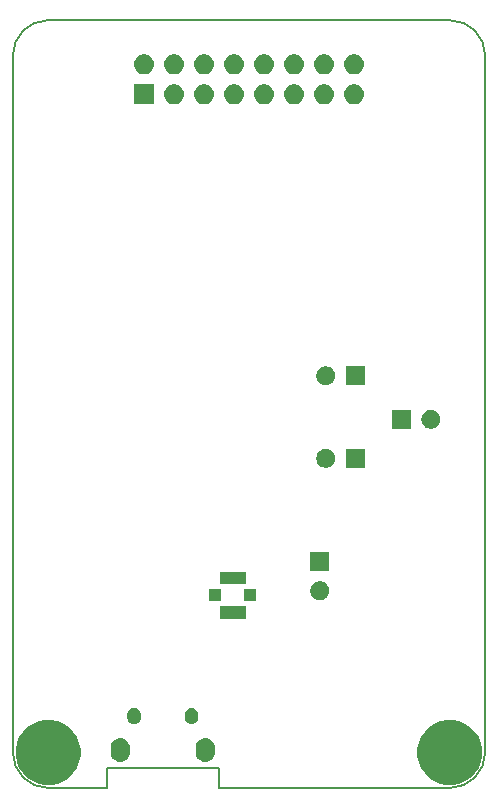
<source format=gbs>
G04 #@! TF.GenerationSoftware,KiCad,Pcbnew,(5.1.0-10-g6006703)*
G04 #@! TF.CreationDate,2019-04-20T21:28:09+08:00*
G04 #@! TF.ProjectId,cicada-2g,63696361-6461-42d3-9267-2e6b69636164,0.1*
G04 #@! TF.SameCoordinates,PX7cee6c0PY3dfd240*
G04 #@! TF.FileFunction,Soldermask,Bot*
G04 #@! TF.FilePolarity,Negative*
%FSLAX46Y46*%
G04 Gerber Fmt 4.6, Leading zero omitted, Abs format (unit mm)*
G04 Created by KiCad (PCBNEW (5.1.0-10-g6006703)) date 2019-04-20 21:28:09*
%MOMM*%
%LPD*%
G04 APERTURE LIST*
%ADD10C,0.150000*%
G04 APERTURE END LIST*
D10*
X-2500000Y-60000000D02*
X17000000Y-60000000D01*
X-2500000Y-58300000D02*
X-2500000Y-60000000D01*
X-12000000Y-58300000D02*
X-2500000Y-58300000D01*
X-12000000Y-60000000D02*
X-12000000Y-58300000D01*
X-17000000Y-60000000D02*
G75*
G02X-20000000Y-57000000I0J3000000D01*
G01*
X20000000Y-57000000D02*
G75*
G02X17000000Y-60000000I-3000000J0D01*
G01*
X17000000Y5000000D02*
G75*
G02X20000000Y2000000I0J-3000000D01*
G01*
X-20000000Y2000000D02*
G75*
G02X-17000000Y5000000I3000000J0D01*
G01*
X-20000000Y-57000000D02*
X-20000000Y2000000D01*
X-12000000Y-60000000D02*
X-17000000Y-60000000D01*
X20000000Y2000000D02*
X20000000Y-57000000D01*
X-17000000Y5000000D02*
X17000000Y5000000D01*
G36*
X17802144Y-54355680D02*
G01*
X18302612Y-54562981D01*
X18753022Y-54863935D01*
X19136065Y-55246978D01*
X19437019Y-55697388D01*
X19644320Y-56197856D01*
X19750000Y-56729147D01*
X19750000Y-57270853D01*
X19644320Y-57802144D01*
X19437019Y-58302612D01*
X19136065Y-58753022D01*
X18753022Y-59136065D01*
X18302612Y-59437019D01*
X17802144Y-59644320D01*
X17270853Y-59750000D01*
X16729147Y-59750000D01*
X16197856Y-59644320D01*
X15697388Y-59437019D01*
X15246978Y-59136065D01*
X14863935Y-58753022D01*
X14562981Y-58302612D01*
X14355680Y-57802144D01*
X14250000Y-57270853D01*
X14250000Y-56729147D01*
X14355680Y-56197856D01*
X14562981Y-55697388D01*
X14863935Y-55246978D01*
X15246978Y-54863935D01*
X15697388Y-54562981D01*
X16197856Y-54355680D01*
X16729147Y-54250000D01*
X17270853Y-54250000D01*
X17802144Y-54355680D01*
X17802144Y-54355680D01*
G37*
G36*
X-16197856Y-54355680D02*
G01*
X-15697388Y-54562981D01*
X-15246978Y-54863935D01*
X-14863935Y-55246978D01*
X-14562981Y-55697388D01*
X-14355680Y-56197856D01*
X-14250000Y-56729147D01*
X-14250000Y-57270853D01*
X-14355680Y-57802144D01*
X-14562981Y-58302612D01*
X-14863935Y-58753022D01*
X-15246978Y-59136065D01*
X-15697388Y-59437019D01*
X-16197856Y-59644320D01*
X-16729147Y-59750000D01*
X-17270853Y-59750000D01*
X-17802144Y-59644320D01*
X-18302612Y-59437019D01*
X-18753022Y-59136065D01*
X-19136065Y-58753022D01*
X-19437019Y-58302612D01*
X-19644320Y-57802144D01*
X-19750000Y-57270853D01*
X-19750000Y-56729147D01*
X-19644320Y-56197856D01*
X-19437019Y-55697388D01*
X-19136065Y-55246978D01*
X-18753022Y-54863935D01*
X-18302612Y-54562981D01*
X-17802144Y-54355680D01*
X-17270853Y-54250000D01*
X-16729147Y-54250000D01*
X-16197856Y-54355680D01*
X-16197856Y-54355680D01*
G37*
G36*
X-3540825Y-55811749D02*
G01*
X-3540822Y-55811750D01*
X-3540821Y-55811750D01*
X-3387759Y-55858181D01*
X-3387756Y-55858183D01*
X-3387755Y-55858183D01*
X-3246697Y-55933580D01*
X-3123051Y-56035052D01*
X-3021580Y-56158696D01*
X-3000649Y-56197855D01*
X-2946181Y-56299758D01*
X-2946181Y-56299759D01*
X-2899749Y-56452824D01*
X-2888000Y-56572115D01*
X-2888000Y-57027884D01*
X-2899749Y-57147176D01*
X-2899750Y-57147179D01*
X-2899750Y-57147180D01*
X-2946181Y-57300242D01*
X-2946183Y-57300245D01*
X-2946183Y-57300246D01*
X-3021580Y-57441304D01*
X-3123051Y-57564949D01*
X-3246696Y-57666420D01*
X-3387754Y-57741817D01*
X-3387758Y-57741819D01*
X-3540820Y-57788250D01*
X-3540821Y-57788250D01*
X-3540824Y-57788251D01*
X-3700000Y-57803928D01*
X-3859175Y-57788251D01*
X-3859178Y-57788250D01*
X-3859179Y-57788250D01*
X-4012241Y-57741819D01*
X-4012245Y-57741817D01*
X-4153303Y-57666420D01*
X-4276945Y-57564951D01*
X-4378422Y-57441301D01*
X-4453817Y-57300246D01*
X-4453817Y-57300245D01*
X-4453819Y-57300242D01*
X-4500250Y-57147180D01*
X-4500250Y-57147179D01*
X-4500251Y-57147176D01*
X-4512000Y-57027885D01*
X-4512000Y-56572116D01*
X-4500251Y-56452825D01*
X-4500250Y-56452821D01*
X-4453819Y-56299759D01*
X-4378419Y-56158696D01*
X-4378418Y-56158695D01*
X-4276948Y-56035051D01*
X-4153304Y-55933580D01*
X-4012246Y-55858183D01*
X-4012245Y-55858183D01*
X-4012242Y-55858181D01*
X-3859180Y-55811750D01*
X-3859179Y-55811750D01*
X-3859176Y-55811749D01*
X-3700000Y-55796072D01*
X-3540825Y-55811749D01*
X-3540825Y-55811749D01*
G37*
G36*
X-10740825Y-55811749D02*
G01*
X-10740822Y-55811750D01*
X-10740821Y-55811750D01*
X-10587759Y-55858181D01*
X-10587756Y-55858183D01*
X-10587755Y-55858183D01*
X-10446697Y-55933580D01*
X-10323051Y-56035052D01*
X-10221580Y-56158696D01*
X-10200649Y-56197855D01*
X-10146181Y-56299758D01*
X-10146181Y-56299759D01*
X-10099749Y-56452824D01*
X-10088000Y-56572115D01*
X-10088000Y-57027884D01*
X-10099749Y-57147176D01*
X-10099750Y-57147179D01*
X-10099750Y-57147180D01*
X-10146181Y-57300242D01*
X-10146183Y-57300245D01*
X-10146183Y-57300246D01*
X-10221580Y-57441304D01*
X-10323051Y-57564949D01*
X-10446696Y-57666420D01*
X-10587754Y-57741817D01*
X-10587758Y-57741819D01*
X-10740820Y-57788250D01*
X-10740821Y-57788250D01*
X-10740824Y-57788251D01*
X-10900000Y-57803928D01*
X-11059175Y-57788251D01*
X-11059178Y-57788250D01*
X-11059179Y-57788250D01*
X-11212241Y-57741819D01*
X-11212245Y-57741817D01*
X-11353303Y-57666420D01*
X-11476945Y-57564951D01*
X-11578422Y-57441301D01*
X-11653817Y-57300246D01*
X-11653817Y-57300245D01*
X-11653819Y-57300242D01*
X-11700250Y-57147180D01*
X-11700250Y-57147179D01*
X-11700251Y-57147176D01*
X-11712000Y-57027885D01*
X-11712000Y-56572116D01*
X-11700251Y-56452825D01*
X-11700250Y-56452821D01*
X-11653819Y-56299759D01*
X-11578419Y-56158696D01*
X-11578418Y-56158695D01*
X-11476948Y-56035051D01*
X-11353304Y-55933580D01*
X-11212246Y-55858183D01*
X-11212245Y-55858183D01*
X-11212242Y-55858181D01*
X-11059180Y-55811750D01*
X-11059179Y-55811750D01*
X-11059176Y-55811749D01*
X-10900000Y-55796072D01*
X-10740825Y-55811749D01*
X-10740825Y-55811749D01*
G37*
G36*
X-9622387Y-53232325D02*
G01*
X-9612280Y-53233320D01*
X-9558087Y-53249760D01*
X-9503893Y-53266199D01*
X-9404003Y-53319592D01*
X-9316446Y-53391446D01*
X-9244592Y-53479002D01*
X-9191199Y-53578892D01*
X-9158320Y-53687280D01*
X-9150000Y-53771754D01*
X-9150000Y-54028245D01*
X-9157131Y-54100651D01*
X-9158320Y-54112720D01*
X-9174760Y-54166913D01*
X-9191199Y-54221107D01*
X-9191200Y-54221108D01*
X-9244592Y-54320998D01*
X-9266917Y-54348201D01*
X-9316446Y-54408554D01*
X-9404002Y-54480408D01*
X-9503892Y-54533801D01*
X-9558086Y-54550241D01*
X-9612279Y-54566680D01*
X-9622386Y-54567675D01*
X-9725000Y-54577782D01*
X-9827613Y-54567675D01*
X-9837720Y-54566680D01*
X-9891913Y-54550241D01*
X-9946107Y-54533801D01*
X-10045997Y-54480408D01*
X-10133553Y-54408554D01*
X-10205407Y-54320998D01*
X-10258801Y-54221108D01*
X-10291680Y-54112720D01*
X-10300000Y-54028246D01*
X-10300000Y-53771755D01*
X-10291680Y-53687281D01*
X-10291679Y-53687279D01*
X-10258801Y-53578894D01*
X-10258801Y-53578893D01*
X-10205408Y-53479003D01*
X-10133554Y-53391446D01*
X-10045998Y-53319592D01*
X-9946108Y-53266199D01*
X-9891914Y-53249760D01*
X-9837721Y-53233320D01*
X-9827614Y-53232325D01*
X-9725000Y-53222218D01*
X-9622387Y-53232325D01*
X-9622387Y-53232325D01*
G37*
G36*
X-4772387Y-53232325D02*
G01*
X-4762280Y-53233320D01*
X-4708087Y-53249760D01*
X-4653893Y-53266199D01*
X-4554003Y-53319592D01*
X-4466446Y-53391446D01*
X-4394592Y-53479002D01*
X-4341199Y-53578892D01*
X-4308320Y-53687280D01*
X-4300000Y-53771754D01*
X-4300000Y-54028245D01*
X-4307131Y-54100651D01*
X-4308320Y-54112720D01*
X-4324760Y-54166913D01*
X-4341199Y-54221107D01*
X-4341200Y-54221108D01*
X-4394592Y-54320998D01*
X-4416917Y-54348201D01*
X-4466446Y-54408554D01*
X-4554002Y-54480408D01*
X-4653892Y-54533801D01*
X-4708086Y-54550241D01*
X-4762279Y-54566680D01*
X-4772386Y-54567675D01*
X-4875000Y-54577782D01*
X-4977613Y-54567675D01*
X-4987720Y-54566680D01*
X-5041913Y-54550241D01*
X-5096107Y-54533801D01*
X-5195997Y-54480408D01*
X-5283553Y-54408554D01*
X-5355407Y-54320998D01*
X-5408801Y-54221108D01*
X-5441680Y-54112720D01*
X-5450000Y-54028246D01*
X-5450000Y-53771755D01*
X-5441680Y-53687281D01*
X-5441679Y-53687279D01*
X-5408801Y-53578894D01*
X-5408801Y-53578893D01*
X-5355408Y-53479003D01*
X-5283554Y-53391446D01*
X-5195998Y-53319592D01*
X-5096108Y-53266199D01*
X-5041914Y-53249760D01*
X-4987721Y-53233320D01*
X-4977614Y-53232325D01*
X-4875000Y-53222218D01*
X-4772387Y-53232325D01*
X-4772387Y-53232325D01*
G37*
G36*
X-290000Y-45690000D02*
G01*
X-2490000Y-45690000D01*
X-2490000Y-44640000D01*
X-290000Y-44640000D01*
X-290000Y-45690000D01*
X-290000Y-45690000D01*
G37*
G36*
X610000Y-44190000D02*
G01*
X-390000Y-44190000D01*
X-390000Y-43190000D01*
X610000Y-43190000D01*
X610000Y-44190000D01*
X610000Y-44190000D01*
G37*
G36*
X-2390000Y-44190000D02*
G01*
X-3390000Y-44190000D01*
X-3390000Y-43190000D01*
X-2390000Y-43190000D01*
X-2390000Y-44190000D01*
X-2390000Y-44190000D01*
G37*
G36*
X6233351Y-42530743D02*
G01*
X6378941Y-42591048D01*
X6509970Y-42678599D01*
X6621401Y-42790030D01*
X6708952Y-42921059D01*
X6769257Y-43066649D01*
X6800000Y-43221206D01*
X6800000Y-43378794D01*
X6769257Y-43533351D01*
X6708952Y-43678941D01*
X6621401Y-43809970D01*
X6509970Y-43921401D01*
X6378941Y-44008952D01*
X6233351Y-44069257D01*
X6078794Y-44100000D01*
X5921206Y-44100000D01*
X5766649Y-44069257D01*
X5621059Y-44008952D01*
X5490030Y-43921401D01*
X5378599Y-43809970D01*
X5291048Y-43678941D01*
X5230743Y-43533351D01*
X5200000Y-43378794D01*
X5200000Y-43221206D01*
X5230743Y-43066649D01*
X5291048Y-42921059D01*
X5378599Y-42790030D01*
X5490030Y-42678599D01*
X5621059Y-42591048D01*
X5766649Y-42530743D01*
X5921206Y-42500000D01*
X6078794Y-42500000D01*
X6233351Y-42530743D01*
X6233351Y-42530743D01*
G37*
G36*
X-290000Y-42740000D02*
G01*
X-2490000Y-42740000D01*
X-2490000Y-41690000D01*
X-290000Y-41690000D01*
X-290000Y-42740000D01*
X-290000Y-42740000D01*
G37*
G36*
X6800000Y-41600000D02*
G01*
X5200000Y-41600000D01*
X5200000Y-40000000D01*
X6800000Y-40000000D01*
X6800000Y-41600000D01*
X6800000Y-41600000D01*
G37*
G36*
X9800000Y-32900000D02*
G01*
X8200000Y-32900000D01*
X8200000Y-31300000D01*
X9800000Y-31300000D01*
X9800000Y-32900000D01*
X9800000Y-32900000D01*
G37*
G36*
X6733351Y-31330743D02*
G01*
X6878941Y-31391048D01*
X7009970Y-31478599D01*
X7121401Y-31590030D01*
X7208952Y-31721059D01*
X7269257Y-31866649D01*
X7300000Y-32021206D01*
X7300000Y-32178794D01*
X7269257Y-32333351D01*
X7208952Y-32478941D01*
X7121401Y-32609970D01*
X7009970Y-32721401D01*
X6878941Y-32808952D01*
X6733351Y-32869257D01*
X6578794Y-32900000D01*
X6421206Y-32900000D01*
X6266649Y-32869257D01*
X6121059Y-32808952D01*
X5990030Y-32721401D01*
X5878599Y-32609970D01*
X5791048Y-32478941D01*
X5730743Y-32333351D01*
X5700000Y-32178794D01*
X5700000Y-32021206D01*
X5730743Y-31866649D01*
X5791048Y-31721059D01*
X5878599Y-31590030D01*
X5990030Y-31478599D01*
X6121059Y-31391048D01*
X6266649Y-31330743D01*
X6421206Y-31300000D01*
X6578794Y-31300000D01*
X6733351Y-31330743D01*
X6733351Y-31330743D01*
G37*
G36*
X13700000Y-29600000D02*
G01*
X12100000Y-29600000D01*
X12100000Y-28000000D01*
X13700000Y-28000000D01*
X13700000Y-29600000D01*
X13700000Y-29600000D01*
G37*
G36*
X15633351Y-28030743D02*
G01*
X15778941Y-28091048D01*
X15909970Y-28178599D01*
X16021401Y-28290030D01*
X16108952Y-28421059D01*
X16169257Y-28566649D01*
X16200000Y-28721206D01*
X16200000Y-28878794D01*
X16169257Y-29033351D01*
X16108952Y-29178941D01*
X16021401Y-29309970D01*
X15909970Y-29421401D01*
X15778941Y-29508952D01*
X15633351Y-29569257D01*
X15478794Y-29600000D01*
X15321206Y-29600000D01*
X15166649Y-29569257D01*
X15021059Y-29508952D01*
X14890030Y-29421401D01*
X14778599Y-29309970D01*
X14691048Y-29178941D01*
X14630743Y-29033351D01*
X14600000Y-28878794D01*
X14600000Y-28721206D01*
X14630743Y-28566649D01*
X14691048Y-28421059D01*
X14778599Y-28290030D01*
X14890030Y-28178599D01*
X15021059Y-28091048D01*
X15166649Y-28030743D01*
X15321206Y-28000000D01*
X15478794Y-28000000D01*
X15633351Y-28030743D01*
X15633351Y-28030743D01*
G37*
G36*
X6733351Y-24330743D02*
G01*
X6878941Y-24391048D01*
X7009970Y-24478599D01*
X7121401Y-24590030D01*
X7208952Y-24721059D01*
X7269257Y-24866649D01*
X7300000Y-25021206D01*
X7300000Y-25178794D01*
X7269257Y-25333351D01*
X7208952Y-25478941D01*
X7121401Y-25609970D01*
X7009970Y-25721401D01*
X6878941Y-25808952D01*
X6733351Y-25869257D01*
X6578794Y-25900000D01*
X6421206Y-25900000D01*
X6266649Y-25869257D01*
X6121059Y-25808952D01*
X5990030Y-25721401D01*
X5878599Y-25609970D01*
X5791048Y-25478941D01*
X5730743Y-25333351D01*
X5700000Y-25178794D01*
X5700000Y-25021206D01*
X5730743Y-24866649D01*
X5791048Y-24721059D01*
X5878599Y-24590030D01*
X5990030Y-24478599D01*
X6121059Y-24391048D01*
X6266649Y-24330743D01*
X6421206Y-24300000D01*
X6578794Y-24300000D01*
X6733351Y-24330743D01*
X6733351Y-24330743D01*
G37*
G36*
X9800000Y-25900000D02*
G01*
X8200000Y-25900000D01*
X8200000Y-24300000D01*
X9800000Y-24300000D01*
X9800000Y-25900000D01*
X9800000Y-25900000D01*
G37*
G36*
X-8040000Y-2120000D02*
G01*
X-9740000Y-2120000D01*
X-9740000Y-420000D01*
X-8040000Y-420000D01*
X-8040000Y-2120000D01*
X-8040000Y-2120000D01*
G37*
G36*
X6516627Y-432299D02*
G01*
X6596742Y-456602D01*
X6676855Y-480903D01*
X6676857Y-480904D01*
X6824518Y-559831D01*
X6953949Y-666051D01*
X7060169Y-795482D01*
X7139096Y-943143D01*
X7187701Y-1103373D01*
X7204112Y-1270000D01*
X7187701Y-1436627D01*
X7139096Y-1596857D01*
X7060169Y-1744518D01*
X6953949Y-1873949D01*
X6824518Y-1980169D01*
X6676857Y-2059096D01*
X6676855Y-2059097D01*
X6596742Y-2083398D01*
X6516627Y-2107701D01*
X6391752Y-2120000D01*
X6308248Y-2120000D01*
X6183373Y-2107701D01*
X6103258Y-2083398D01*
X6023145Y-2059097D01*
X6023143Y-2059096D01*
X5875482Y-1980169D01*
X5746051Y-1873949D01*
X5639831Y-1744518D01*
X5560904Y-1596857D01*
X5512299Y-1436627D01*
X5495888Y-1270000D01*
X5512299Y-1103373D01*
X5560904Y-943143D01*
X5639831Y-795482D01*
X5746051Y-666051D01*
X5875482Y-559831D01*
X6023143Y-480904D01*
X6023145Y-480903D01*
X6103258Y-456602D01*
X6183373Y-432299D01*
X6308248Y-420000D01*
X6391752Y-420000D01*
X6516627Y-432299D01*
X6516627Y-432299D01*
G37*
G36*
X9056627Y-432299D02*
G01*
X9136742Y-456602D01*
X9216855Y-480903D01*
X9216857Y-480904D01*
X9364518Y-559831D01*
X9493949Y-666051D01*
X9600169Y-795482D01*
X9679096Y-943143D01*
X9727701Y-1103373D01*
X9744112Y-1270000D01*
X9727701Y-1436627D01*
X9679096Y-1596857D01*
X9600169Y-1744518D01*
X9493949Y-1873949D01*
X9364518Y-1980169D01*
X9216857Y-2059096D01*
X9216855Y-2059097D01*
X9136742Y-2083398D01*
X9056627Y-2107701D01*
X8931752Y-2120000D01*
X8848248Y-2120000D01*
X8723373Y-2107701D01*
X8643258Y-2083398D01*
X8563145Y-2059097D01*
X8563143Y-2059096D01*
X8415482Y-1980169D01*
X8286051Y-1873949D01*
X8179831Y-1744518D01*
X8100904Y-1596857D01*
X8052299Y-1436627D01*
X8035888Y-1270000D01*
X8052299Y-1103373D01*
X8100904Y-943143D01*
X8179831Y-795482D01*
X8286051Y-666051D01*
X8415482Y-559831D01*
X8563143Y-480904D01*
X8563145Y-480903D01*
X8643258Y-456602D01*
X8723373Y-432299D01*
X8848248Y-420000D01*
X8931752Y-420000D01*
X9056627Y-432299D01*
X9056627Y-432299D01*
G37*
G36*
X3976627Y-432299D02*
G01*
X4056742Y-456602D01*
X4136855Y-480903D01*
X4136857Y-480904D01*
X4284518Y-559831D01*
X4413949Y-666051D01*
X4520169Y-795482D01*
X4599096Y-943143D01*
X4647701Y-1103373D01*
X4664112Y-1270000D01*
X4647701Y-1436627D01*
X4599096Y-1596857D01*
X4520169Y-1744518D01*
X4413949Y-1873949D01*
X4284518Y-1980169D01*
X4136857Y-2059096D01*
X4136855Y-2059097D01*
X4056742Y-2083398D01*
X3976627Y-2107701D01*
X3851752Y-2120000D01*
X3768248Y-2120000D01*
X3643373Y-2107701D01*
X3563258Y-2083398D01*
X3483145Y-2059097D01*
X3483143Y-2059096D01*
X3335482Y-1980169D01*
X3206051Y-1873949D01*
X3099831Y-1744518D01*
X3020904Y-1596857D01*
X2972299Y-1436627D01*
X2955888Y-1270000D01*
X2972299Y-1103373D01*
X3020904Y-943143D01*
X3099831Y-795482D01*
X3206051Y-666051D01*
X3335482Y-559831D01*
X3483143Y-480904D01*
X3483145Y-480903D01*
X3563258Y-456602D01*
X3643373Y-432299D01*
X3768248Y-420000D01*
X3851752Y-420000D01*
X3976627Y-432299D01*
X3976627Y-432299D01*
G37*
G36*
X1436627Y-432299D02*
G01*
X1516742Y-456602D01*
X1596855Y-480903D01*
X1596857Y-480904D01*
X1744518Y-559831D01*
X1873949Y-666051D01*
X1980169Y-795482D01*
X2059096Y-943143D01*
X2107701Y-1103373D01*
X2124112Y-1270000D01*
X2107701Y-1436627D01*
X2059096Y-1596857D01*
X1980169Y-1744518D01*
X1873949Y-1873949D01*
X1744518Y-1980169D01*
X1596857Y-2059096D01*
X1596855Y-2059097D01*
X1516742Y-2083398D01*
X1436627Y-2107701D01*
X1311752Y-2120000D01*
X1228248Y-2120000D01*
X1103373Y-2107701D01*
X1023258Y-2083398D01*
X943145Y-2059097D01*
X943143Y-2059096D01*
X795482Y-1980169D01*
X666051Y-1873949D01*
X559831Y-1744518D01*
X480904Y-1596857D01*
X432299Y-1436627D01*
X415888Y-1270000D01*
X432299Y-1103373D01*
X480904Y-943143D01*
X559831Y-795482D01*
X666051Y-666051D01*
X795482Y-559831D01*
X943143Y-480904D01*
X943145Y-480903D01*
X1023258Y-456602D01*
X1103373Y-432299D01*
X1228248Y-420000D01*
X1311752Y-420000D01*
X1436627Y-432299D01*
X1436627Y-432299D01*
G37*
G36*
X-1103373Y-432299D02*
G01*
X-1023258Y-456602D01*
X-943145Y-480903D01*
X-943143Y-480904D01*
X-795482Y-559831D01*
X-666051Y-666051D01*
X-559831Y-795482D01*
X-480904Y-943143D01*
X-432299Y-1103373D01*
X-415888Y-1270000D01*
X-432299Y-1436627D01*
X-480904Y-1596857D01*
X-559831Y-1744518D01*
X-666051Y-1873949D01*
X-795482Y-1980169D01*
X-943143Y-2059096D01*
X-943145Y-2059097D01*
X-1023258Y-2083398D01*
X-1103373Y-2107701D01*
X-1228248Y-2120000D01*
X-1311752Y-2120000D01*
X-1436627Y-2107701D01*
X-1516742Y-2083398D01*
X-1596855Y-2059097D01*
X-1596857Y-2059096D01*
X-1744518Y-1980169D01*
X-1873949Y-1873949D01*
X-1980169Y-1744518D01*
X-2059096Y-1596857D01*
X-2107701Y-1436627D01*
X-2124112Y-1270000D01*
X-2107701Y-1103373D01*
X-2059096Y-943143D01*
X-1980169Y-795482D01*
X-1873949Y-666051D01*
X-1744518Y-559831D01*
X-1596857Y-480904D01*
X-1596855Y-480903D01*
X-1516742Y-456602D01*
X-1436627Y-432299D01*
X-1311752Y-420000D01*
X-1228248Y-420000D01*
X-1103373Y-432299D01*
X-1103373Y-432299D01*
G37*
G36*
X-3643373Y-432299D02*
G01*
X-3563258Y-456602D01*
X-3483145Y-480903D01*
X-3483143Y-480904D01*
X-3335482Y-559831D01*
X-3206051Y-666051D01*
X-3099831Y-795482D01*
X-3020904Y-943143D01*
X-2972299Y-1103373D01*
X-2955888Y-1270000D01*
X-2972299Y-1436627D01*
X-3020904Y-1596857D01*
X-3099831Y-1744518D01*
X-3206051Y-1873949D01*
X-3335482Y-1980169D01*
X-3483143Y-2059096D01*
X-3483145Y-2059097D01*
X-3563258Y-2083398D01*
X-3643373Y-2107701D01*
X-3768248Y-2120000D01*
X-3851752Y-2120000D01*
X-3976627Y-2107701D01*
X-4056742Y-2083398D01*
X-4136855Y-2059097D01*
X-4136857Y-2059096D01*
X-4284518Y-1980169D01*
X-4413949Y-1873949D01*
X-4520169Y-1744518D01*
X-4599096Y-1596857D01*
X-4647701Y-1436627D01*
X-4664112Y-1270000D01*
X-4647701Y-1103373D01*
X-4599096Y-943143D01*
X-4520169Y-795482D01*
X-4413949Y-666051D01*
X-4284518Y-559831D01*
X-4136857Y-480904D01*
X-4136855Y-480903D01*
X-4056742Y-456602D01*
X-3976627Y-432299D01*
X-3851752Y-420000D01*
X-3768248Y-420000D01*
X-3643373Y-432299D01*
X-3643373Y-432299D01*
G37*
G36*
X-6183373Y-432299D02*
G01*
X-6103258Y-456602D01*
X-6023145Y-480903D01*
X-6023143Y-480904D01*
X-5875482Y-559831D01*
X-5746051Y-666051D01*
X-5639831Y-795482D01*
X-5560904Y-943143D01*
X-5512299Y-1103373D01*
X-5495888Y-1270000D01*
X-5512299Y-1436627D01*
X-5560904Y-1596857D01*
X-5639831Y-1744518D01*
X-5746051Y-1873949D01*
X-5875482Y-1980169D01*
X-6023143Y-2059096D01*
X-6023145Y-2059097D01*
X-6103258Y-2083398D01*
X-6183373Y-2107701D01*
X-6308248Y-2120000D01*
X-6391752Y-2120000D01*
X-6516627Y-2107701D01*
X-6596742Y-2083398D01*
X-6676855Y-2059097D01*
X-6676857Y-2059096D01*
X-6824518Y-1980169D01*
X-6953949Y-1873949D01*
X-7060169Y-1744518D01*
X-7139096Y-1596857D01*
X-7187701Y-1436627D01*
X-7204112Y-1270000D01*
X-7187701Y-1103373D01*
X-7139096Y-943143D01*
X-7060169Y-795482D01*
X-6953949Y-666051D01*
X-6824518Y-559831D01*
X-6676857Y-480904D01*
X-6676855Y-480903D01*
X-6596742Y-456602D01*
X-6516627Y-432299D01*
X-6391752Y-420000D01*
X-6308248Y-420000D01*
X-6183373Y-432299D01*
X-6183373Y-432299D01*
G37*
G36*
X6516627Y2107701D02*
G01*
X6596742Y2083398D01*
X6676855Y2059097D01*
X6676857Y2059096D01*
X6824518Y1980169D01*
X6953949Y1873949D01*
X7060169Y1744518D01*
X7139096Y1596857D01*
X7187701Y1436627D01*
X7204112Y1270000D01*
X7187701Y1103373D01*
X7139096Y943143D01*
X7060169Y795482D01*
X6953949Y666051D01*
X6824518Y559831D01*
X6676857Y480904D01*
X6676855Y480903D01*
X6596742Y456601D01*
X6516627Y432299D01*
X6391752Y420000D01*
X6308248Y420000D01*
X6183373Y432299D01*
X6103258Y456602D01*
X6023145Y480903D01*
X6023143Y480904D01*
X5875482Y559831D01*
X5746051Y666051D01*
X5639831Y795482D01*
X5560904Y943143D01*
X5512299Y1103373D01*
X5495888Y1270000D01*
X5512299Y1436627D01*
X5560904Y1596857D01*
X5639831Y1744518D01*
X5746051Y1873949D01*
X5875482Y1980169D01*
X6023143Y2059096D01*
X6023145Y2059097D01*
X6103258Y2083398D01*
X6183373Y2107701D01*
X6308248Y2120000D01*
X6391752Y2120000D01*
X6516627Y2107701D01*
X6516627Y2107701D01*
G37*
G36*
X9056627Y2107701D02*
G01*
X9136742Y2083398D01*
X9216855Y2059097D01*
X9216857Y2059096D01*
X9364518Y1980169D01*
X9493949Y1873949D01*
X9600169Y1744518D01*
X9679096Y1596857D01*
X9727701Y1436627D01*
X9744112Y1270000D01*
X9727701Y1103373D01*
X9679096Y943143D01*
X9600169Y795482D01*
X9493949Y666051D01*
X9364518Y559831D01*
X9216857Y480904D01*
X9216855Y480903D01*
X9136742Y456601D01*
X9056627Y432299D01*
X8931752Y420000D01*
X8848248Y420000D01*
X8723373Y432299D01*
X8643258Y456602D01*
X8563145Y480903D01*
X8563143Y480904D01*
X8415482Y559831D01*
X8286051Y666051D01*
X8179831Y795482D01*
X8100904Y943143D01*
X8052299Y1103373D01*
X8035888Y1270000D01*
X8052299Y1436627D01*
X8100904Y1596857D01*
X8179831Y1744518D01*
X8286051Y1873949D01*
X8415482Y1980169D01*
X8563143Y2059096D01*
X8563145Y2059097D01*
X8643258Y2083398D01*
X8723373Y2107701D01*
X8848248Y2120000D01*
X8931752Y2120000D01*
X9056627Y2107701D01*
X9056627Y2107701D01*
G37*
G36*
X3976627Y2107701D02*
G01*
X4056742Y2083398D01*
X4136855Y2059097D01*
X4136857Y2059096D01*
X4284518Y1980169D01*
X4413949Y1873949D01*
X4520169Y1744518D01*
X4599096Y1596857D01*
X4647701Y1436627D01*
X4664112Y1270000D01*
X4647701Y1103373D01*
X4599096Y943143D01*
X4520169Y795482D01*
X4413949Y666051D01*
X4284518Y559831D01*
X4136857Y480904D01*
X4136855Y480903D01*
X4056742Y456601D01*
X3976627Y432299D01*
X3851752Y420000D01*
X3768248Y420000D01*
X3643373Y432299D01*
X3563258Y456602D01*
X3483145Y480903D01*
X3483143Y480904D01*
X3335482Y559831D01*
X3206051Y666051D01*
X3099831Y795482D01*
X3020904Y943143D01*
X2972299Y1103373D01*
X2955888Y1270000D01*
X2972299Y1436627D01*
X3020904Y1596857D01*
X3099831Y1744518D01*
X3206051Y1873949D01*
X3335482Y1980169D01*
X3483143Y2059096D01*
X3483145Y2059097D01*
X3563258Y2083398D01*
X3643373Y2107701D01*
X3768248Y2120000D01*
X3851752Y2120000D01*
X3976627Y2107701D01*
X3976627Y2107701D01*
G37*
G36*
X1436627Y2107701D02*
G01*
X1516742Y2083398D01*
X1596855Y2059097D01*
X1596857Y2059096D01*
X1744518Y1980169D01*
X1873949Y1873949D01*
X1980169Y1744518D01*
X2059096Y1596857D01*
X2107701Y1436627D01*
X2124112Y1270000D01*
X2107701Y1103373D01*
X2059096Y943143D01*
X1980169Y795482D01*
X1873949Y666051D01*
X1744518Y559831D01*
X1596857Y480904D01*
X1596855Y480903D01*
X1516742Y456601D01*
X1436627Y432299D01*
X1311752Y420000D01*
X1228248Y420000D01*
X1103373Y432299D01*
X1023258Y456602D01*
X943145Y480903D01*
X943143Y480904D01*
X795482Y559831D01*
X666051Y666051D01*
X559831Y795482D01*
X480904Y943143D01*
X432299Y1103373D01*
X415888Y1270000D01*
X432299Y1436627D01*
X480904Y1596857D01*
X559831Y1744518D01*
X666051Y1873949D01*
X795482Y1980169D01*
X943143Y2059096D01*
X943145Y2059097D01*
X1023258Y2083398D01*
X1103373Y2107701D01*
X1228248Y2120000D01*
X1311752Y2120000D01*
X1436627Y2107701D01*
X1436627Y2107701D01*
G37*
G36*
X-1103373Y2107701D02*
G01*
X-1023258Y2083398D01*
X-943145Y2059097D01*
X-943143Y2059096D01*
X-795482Y1980169D01*
X-666051Y1873949D01*
X-559831Y1744518D01*
X-480904Y1596857D01*
X-432299Y1436627D01*
X-415888Y1270000D01*
X-432299Y1103373D01*
X-480904Y943143D01*
X-559831Y795482D01*
X-666051Y666051D01*
X-795482Y559831D01*
X-943143Y480904D01*
X-943145Y480903D01*
X-1023258Y456601D01*
X-1103373Y432299D01*
X-1228248Y420000D01*
X-1311752Y420000D01*
X-1436627Y432299D01*
X-1516742Y456602D01*
X-1596855Y480903D01*
X-1596857Y480904D01*
X-1744518Y559831D01*
X-1873949Y666051D01*
X-1980169Y795482D01*
X-2059096Y943143D01*
X-2107701Y1103373D01*
X-2124112Y1270000D01*
X-2107701Y1436627D01*
X-2059096Y1596857D01*
X-1980169Y1744518D01*
X-1873949Y1873949D01*
X-1744518Y1980169D01*
X-1596857Y2059096D01*
X-1596855Y2059097D01*
X-1516742Y2083398D01*
X-1436627Y2107701D01*
X-1311752Y2120000D01*
X-1228248Y2120000D01*
X-1103373Y2107701D01*
X-1103373Y2107701D01*
G37*
G36*
X-3643373Y2107701D02*
G01*
X-3563258Y2083398D01*
X-3483145Y2059097D01*
X-3483143Y2059096D01*
X-3335482Y1980169D01*
X-3206051Y1873949D01*
X-3099831Y1744518D01*
X-3020904Y1596857D01*
X-2972299Y1436627D01*
X-2955888Y1270000D01*
X-2972299Y1103373D01*
X-3020904Y943143D01*
X-3099831Y795482D01*
X-3206051Y666051D01*
X-3335482Y559831D01*
X-3483143Y480904D01*
X-3483145Y480903D01*
X-3563258Y456601D01*
X-3643373Y432299D01*
X-3768248Y420000D01*
X-3851752Y420000D01*
X-3976627Y432299D01*
X-4056742Y456602D01*
X-4136855Y480903D01*
X-4136857Y480904D01*
X-4284518Y559831D01*
X-4413949Y666051D01*
X-4520169Y795482D01*
X-4599096Y943143D01*
X-4647701Y1103373D01*
X-4664112Y1270000D01*
X-4647701Y1436627D01*
X-4599096Y1596857D01*
X-4520169Y1744518D01*
X-4413949Y1873949D01*
X-4284518Y1980169D01*
X-4136857Y2059096D01*
X-4136855Y2059097D01*
X-4056742Y2083398D01*
X-3976627Y2107701D01*
X-3851752Y2120000D01*
X-3768248Y2120000D01*
X-3643373Y2107701D01*
X-3643373Y2107701D01*
G37*
G36*
X-6183373Y2107701D02*
G01*
X-6103258Y2083398D01*
X-6023145Y2059097D01*
X-6023143Y2059096D01*
X-5875482Y1980169D01*
X-5746051Y1873949D01*
X-5639831Y1744518D01*
X-5560904Y1596857D01*
X-5512299Y1436627D01*
X-5495888Y1270000D01*
X-5512299Y1103373D01*
X-5560904Y943143D01*
X-5639831Y795482D01*
X-5746051Y666051D01*
X-5875482Y559831D01*
X-6023143Y480904D01*
X-6023145Y480903D01*
X-6103258Y456601D01*
X-6183373Y432299D01*
X-6308248Y420000D01*
X-6391752Y420000D01*
X-6516627Y432299D01*
X-6596742Y456602D01*
X-6676855Y480903D01*
X-6676857Y480904D01*
X-6824518Y559831D01*
X-6953949Y666051D01*
X-7060169Y795482D01*
X-7139096Y943143D01*
X-7187701Y1103373D01*
X-7204112Y1270000D01*
X-7187701Y1436627D01*
X-7139096Y1596857D01*
X-7060169Y1744518D01*
X-6953949Y1873949D01*
X-6824518Y1980169D01*
X-6676857Y2059096D01*
X-6676855Y2059097D01*
X-6596742Y2083398D01*
X-6516627Y2107701D01*
X-6391752Y2120000D01*
X-6308248Y2120000D01*
X-6183373Y2107701D01*
X-6183373Y2107701D01*
G37*
G36*
X-8723373Y2107701D02*
G01*
X-8643258Y2083398D01*
X-8563145Y2059097D01*
X-8563143Y2059096D01*
X-8415482Y1980169D01*
X-8286051Y1873949D01*
X-8179831Y1744518D01*
X-8100904Y1596857D01*
X-8052299Y1436627D01*
X-8035888Y1270000D01*
X-8052299Y1103373D01*
X-8100904Y943143D01*
X-8179831Y795482D01*
X-8286051Y666051D01*
X-8415482Y559831D01*
X-8563143Y480904D01*
X-8563145Y480903D01*
X-8643258Y456601D01*
X-8723373Y432299D01*
X-8848248Y420000D01*
X-8931752Y420000D01*
X-9056627Y432299D01*
X-9136742Y456602D01*
X-9216855Y480903D01*
X-9216857Y480904D01*
X-9364518Y559831D01*
X-9493949Y666051D01*
X-9600169Y795482D01*
X-9679096Y943143D01*
X-9727701Y1103373D01*
X-9744112Y1270000D01*
X-9727701Y1436627D01*
X-9679096Y1596857D01*
X-9600169Y1744518D01*
X-9493949Y1873949D01*
X-9364518Y1980169D01*
X-9216857Y2059096D01*
X-9216855Y2059097D01*
X-9136742Y2083398D01*
X-9056627Y2107701D01*
X-8931752Y2120000D01*
X-8848248Y2120000D01*
X-8723373Y2107701D01*
X-8723373Y2107701D01*
G37*
M02*

</source>
